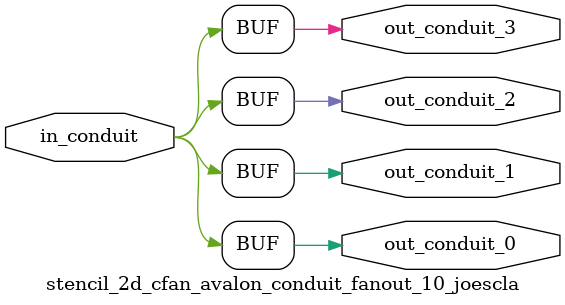
<source format=sv>


 


// --------------------------------------------------------------------------------
//| Avalon Conduit Fan-Out
// --------------------------------------------------------------------------------

// ------------------------------------------
// Generation parameters:
//   output_name:       stencil_2d_cfan_avalon_conduit_fanout_10_joescla
//   numFanOut:         4
//   
// ------------------------------------------

module stencil_2d_cfan_avalon_conduit_fanout_10_joescla (     

// Interface: out_conduit_0
 output                    out_conduit_0,
// Interface: out_conduit_1
 output                    out_conduit_1,
// Interface: out_conduit_2
 output                    out_conduit_2,
// Interface: out_conduit_3
 output                    out_conduit_3,

// Interface: in_conduit
 input                   in_conduit

);

   assign  out_conduit_0 = in_conduit;
   assign  out_conduit_1 = in_conduit;
   assign  out_conduit_2 = in_conduit;
   assign  out_conduit_3 = in_conduit;

endmodule //


</source>
